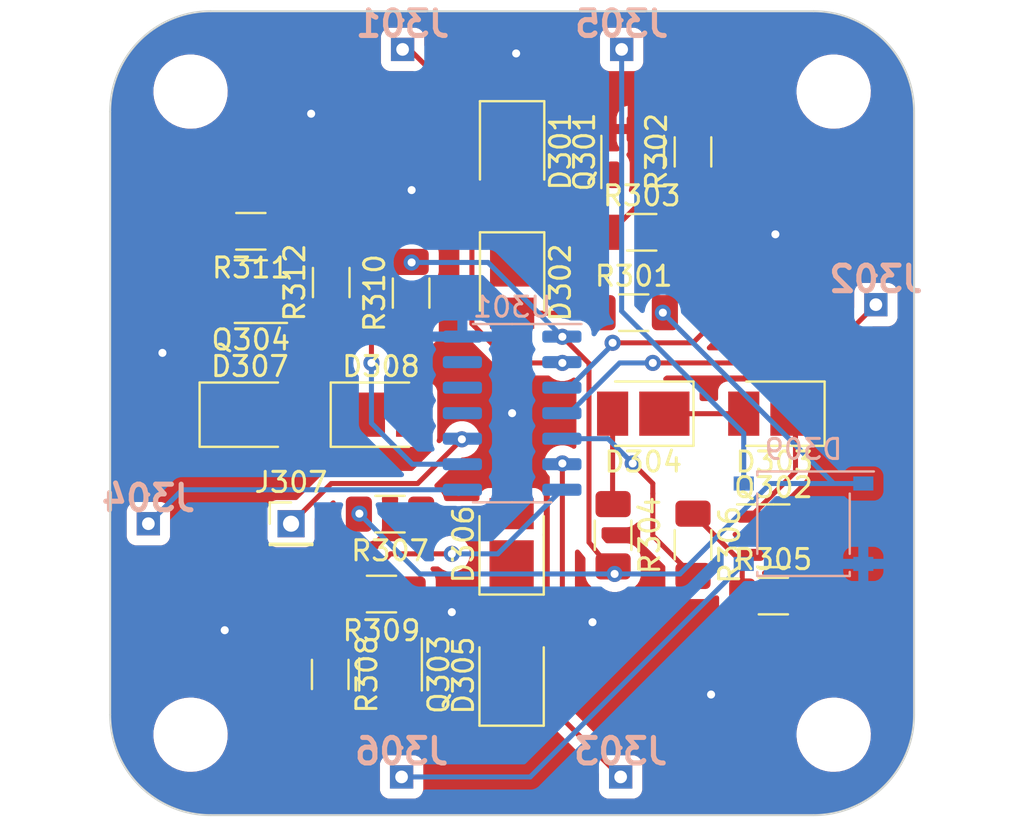
<source format=kicad_pcb>
(kicad_pcb (version 20221018) (generator pcbnew)
  (layers (0 "F.Cu" signal) (31 "B.Cu" signal) (34 "B.Paste" user) (35 "F.Paste" user) (36 "B.SilkS" user "B.Silkscreen") (37 "F.SilkS" user "F.Silkscreen") (38 "B.Mask" user) (39 "F.Mask" user) (44 "Edge.Cuts" user))
  (net 0 "")
  (net 1 "+5V")
  (net 2 "GND")
  (net 3 "Net-(D301-K)")
  (net 4 "Net-(D301-A)")
  (net 5 "Net-(D302-A)")
  (net 6 "Net-(D303-K)")
  (net 7 "Net-(D303-A)")
  (net 8 "Net-(D304-A)")
  (net 9 "Net-(D305-K)")
  (net 10 "Net-(D305-A)")
  (net 11 "Net-(D306-A)")
  (net 12 "Net-(D307-K)")
  (net 13 "Net-(D307-A)")
  (net 14 "Net-(D308-A)")
  (net 15 "Net-(J306-Pin_1)")
  (net 16 "Net-(J305-Pin_1)")
  (net 17 "N_S")
  (net 18 "E_S")
  (net 19 "S_S")
  (net 20 "W_S")
  (net 21 "UPDI")
  (net 22 "Net-(Q301-G)")
  (net 23 "Net-(Q302-G)")
  (net 24 "Net-(Q303-G)")
  (net 25 "Net-(Q304-G)")
  (net 26 "N_LED")
  (net 27 "E_LED")
  (net 28 "S_LED")
  (net 29 "W_LED")
  (footprint "Resistor_SMD:R_1206_3216Metric_Pad1.30x1.75mm_HandSolder" (layer "F.Cu") (at 129 76.55 -90)
    (fp_text reference "R306" (at 0 -1.82 90) (layer "F.SilkS"))
    (fp_text value "100Ω")
    (fp_line (start -0.727064 -0.91) (end 0.727064 -0.91) (stroke (width 0.12)) (layer "F.SilkS"))
    (fp_line (start -0.727064 0.91) (end 0.727064 0.91) (stroke (width 0.12)) (layer "F.SilkS"))
    (pad "1" smd roundrect (at -1.55 0 270) (size 1.3 1.75) (layers "F.Cu" "F.Paste" "F.Mask") (roundrect_rratio 0.192308) (net 23 "Net-(Q302-G)"))
    (pad "2" smd roundrect (at 1.55 0 270) (size 1.3 1.75) (layers "F.Cu" "F.Paste" "F.Mask") (roundrect_rratio 0.192308) (net 27 "E_LED"))
  )
  (footprint "LED_SMD:LED_PLCC_2835_Handsoldering" (layer "F.Cu") (at 120 56.975 -90)
    (fp_text reference "D301" (at 0 -2.4 90) (layer "F.SilkS"))
    (fp_text value "LED")
    (fp_line (start -2.5 -1.6) (end -2.5 1.6) (stroke (width 0.12)) (layer "F.SilkS"))
    (fp_line (start 1.4 -1.6) (end -2.5 -1.6) (stroke (width 0.12)) (layer "F.SilkS"))
    (fp_line (start 1.4 1.6) (end -2.5 1.6) (stroke (width 0.12)) (layer "F.SilkS"))
    (pad "1" smd rect (at -1.05 0 270) (size 2.5 2.2) (layers "F.Cu" "F.Paste" "F.Mask") (net 3 "Net-(D301-K)"))
    (pad "2" smd rect (at 1.525 0 270) (size 1.55 2.2) (layers "F.Cu" "F.Paste" "F.Mask") (net 4 "Net-(D301-A)"))
  )
  (footprint "Resistor_SMD:R_1206_3216Metric_Pad1.30x1.75mm_HandSolder" (layer "F.Cu") (at 126.45 61)
    (fp_text reference "R303" (at 0 -1.82) (layer "F.SilkS"))
    (fp_text value "100Ω")
    (fp_line (start -0.727064 -0.91) (end 0.727064 -0.91) (stroke (width 0.12)) (layer "F.SilkS"))
    (fp_line (start -0.727064 0.91) (end 0.727064 0.91) (stroke (width 0.12)) (layer "F.SilkS"))
    (pad "1" smd roundrect (at -1.55 0) (size 1.3 1.75) (layers "F.Cu" "F.Paste" "F.Mask") (roundrect_rratio 0.192308) (net 22 "Net-(Q301-G)"))
    (pad "2" smd roundrect (at 1.55 0) (size 1.3 1.75) (layers "F.Cu" "F.Paste" "F.Mask") (roundrect_rratio 0.192308) (net 26 "N_LED"))
  )
  (footprint "Resistor_SMD:R_1206_3216Metric_Pad1.30x1.75mm_HandSolder" (layer "F.Cu") (at 111 63.5 90)
    (fp_text reference "R312" (at 0 -1.82 90) (layer "F.SilkS"))
    (fp_text value "100Ω")
    (fp_line (start -0.727064 -0.91) (end 0.727064 -0.91) (stroke (width 0.12)) (layer "F.SilkS"))
    (fp_line (start -0.727064 0.91) (end 0.727064 0.91) (stroke (width 0.12)) (layer "F.SilkS"))
    (pad "1" smd roundrect (at -1.55 0 90) (size 1.3 1.75) (layers "F.Cu" "F.Paste" "F.Mask") (roundrect_rratio 0.192308) (net 25 "Net-(Q304-G)"))
    (pad "2" smd roundrect (at 1.55 0 90) (size 1.3 1.75) (layers "F.Cu" "F.Paste" "F.Mask") (roundrect_rratio 0.192308) (net 29 "W_LED"))
  )
  (footprint "Package_TO_SOT_SMD:SOT-23-3" (layer "F.Cu") (at 133 76.1)
    (fp_text reference "Q302" (at 0 -2.4) (layer "F.SilkS"))
    (fp_text value "NMOS")
    (fp_line (start 0 -1.56) (end -1.8 -1.56) (stroke (width 0.12)) (layer "F.SilkS"))
    (fp_line (start 0 -1.56) (end 0.8 -1.56) (stroke (width 0.12)) (layer "F.SilkS"))
    (fp_line (start 0 1.56) (end -0.8 1.56) (stroke (width 0.12)) (layer "F.SilkS"))
    (fp_line (start 0 1.56) (end 0.8 1.56) (stroke (width 0.12)) (layer "F.SilkS"))
    (pad "1" smd roundrect (at -1.1375 -0.95) (size 1.325 0.6) (layers "F.Cu" "F.Paste" "F.Mask") (net 6 "Net-(D303-K)"))
    (pad "2" smd roundrect (at -1.1375 0.95) (size 1.325 0.6) (layers "F.Cu" "F.Paste" "F.Mask") (net 23 "Net-(Q302-G)"))
    (pad "3" smd roundrect (at 1.1375 0) (size 1.325 0.6) (layers "F.Cu" "F.Paste" "F.Mask") (net 2 "GND"))
  )
  (footprint "Connector_PinHeader_2.00mm:PinHeader_1x01_P2.00mm_Vertical" (layer "F.Cu") (at 109 75.5)
    (fp_text reference "J307" (at 0 -2.06) (layer "F.SilkS"))
    (fp_text value "WritePad")
    (fp_line (start -1.06 -1.06) (end 0 -1.06) (stroke (width 0.12)) (layer "F.SilkS"))
    (fp_line (start -1.06 0) (end -1.06 -1.06) (stroke (width 0.12)) (layer "F.SilkS"))
    (fp_line (start -1.06 1) (end -1.06 1.06) (stroke (width 0.12)) (layer "F.SilkS"))
    (fp_line (start -1.06 1) (end 1.06 1) (stroke (width 0.12)) (layer "F.SilkS"))
    (fp_line (start -1.06 1.06) (end 1.06 1.06) (stroke (width 0.12)) (layer "F.SilkS"))
    (fp_line (start 1.06 1) (end 1.06 1.06) (stroke (width 0.12)) (layer "F.SilkS"))
    (pad "1" thru_hole rect (at 0 0) (size 1.35 1.35) (drill 0.8) (layers "*.Cu" "*.Mask") (net 21 "UPDI"))
  )
  (footprint "LED_SMD:LED_PLCC_2835_Handsoldering" (layer "F.Cu") (at 133.05 70.025 180)
    (fp_text reference "D303" (at 0 -2.4) (layer "F.SilkS"))
    (fp_text value "LED")
    (fp_line (start -2.5 -1.6) (end -2.5 1.6) (stroke (width 0.12)) (layer "F.SilkS"))
    (fp_line (start 1.4 -1.6) (end -2.5 -1.6) (stroke (width 0.12)) (layer "F.SilkS"))
    (fp_line (start 1.4 1.6) (end -2.5 1.6) (stroke (width 0.12)) (layer "F.SilkS"))
    (pad "1" smd rect (at -1.05 0 180) (size 2.5 2.2) (layers "F.Cu" "F.Paste" "F.Mask") (net 6 "Net-(D303-K)"))
    (pad "2" smd rect (at 1.525 0 180) (size 1.55 2.2) (layers "F.Cu" "F.Paste" "F.Mask") (net 7 "Net-(D303-A)"))
  )
  (footprint "MountingHole:MountingHole_3.2mm_M3" (layer "F.Cu") (at 136 54)
    (fp_text reference "REF**" hide)
    (fp_text value "MountingHole_3.2mm_M3")
    (pad "" np_thru_hole circle (at 0 0) (size 3.2 3.2) (drill 3.2) (layers "*.Cu" "*.Mask"))
  )
  (footprint "Resistor_SMD:R_1206_3216Metric_Pad1.30x1.75mm_HandSolder" (layer "F.Cu") (at 126.05 65)
    (fp_text reference "R301" (at 0 -1.82) (layer "F.SilkS"))
    (fp_text value "47Ω")
    (fp_line (start -0.727064 -0.91) (end 0.727064 -0.91) (stroke (width 0.12)) (layer "F.SilkS"))
    (fp_line (start -0.727064 0.91) (end 0.727064 0.91) (stroke (width 0.12)) (layer "F.SilkS"))
    (pad "1" smd roundrect (at -1.55 0) (size 1.3 1.75) (layers "F.Cu" "F.Paste" "F.Mask") (roundrect_rratio 0.192308) (net 5 "Net-(D302-A)"))
    (pad "2" smd roundrect (at 1.55 0) (size 1.3 1.75) (layers "F.Cu" "F.Paste" "F.Mask") (roundrect_rratio 0.192308) (net 1 "+5V"))
  )
  (footprint "LED_SMD:LED_PLCC_2835_Handsoldering" (layer "F.Cu") (at 126.525 70.025 180)
    (fp_text reference "D304" (at 0 -2.4) (layer "F.SilkS"))
    (fp_text value "LED")
    (fp_line (start -2.5 -1.6) (end -2.5 1.6) (stroke (width 0.12)) (layer "F.SilkS"))
    (fp_line (start 1.4 -1.6) (end -2.5 -1.6) (stroke (width 0.12)) (layer "F.SilkS"))
    (fp_line (start 1.4 1.6) (end -2.5 1.6) (stroke (width 0.12)) (layer "F.SilkS"))
    (pad "1" smd rect (at -1.05 0 180) (size 2.5 2.2) (layers "F.Cu" "F.Paste" "F.Mask") (net 7 "Net-(D303-A)"))
    (pad "2" smd rect (at 1.525 0 180) (size 1.55 2.2) (layers "F.Cu" "F.Paste" "F.Mask") (net 8 "Net-(D304-A)"))
  )
  (footprint "Resistor_SMD:R_1206_3216Metric_Pad1.30x1.75mm_HandSolder" (layer "F.Cu") (at 125.025 76.075 -90)
    (fp_text reference "R304" (at 0 -1.82 90) (layer "F.SilkS"))
    (fp_text value "47Ω")
    (fp_line (start -0.727064 -0.91) (end 0.727064 -0.91) (stroke (width 0.12)) (layer "F.SilkS"))
    (fp_line (start -0.727064 0.91) (end 0.727064 0.91) (stroke (width 0.12)) (layer "F.SilkS"))
    (pad "1" smd roundrect (at -1.55 0 270) (size 1.3 1.75) (layers "F.Cu" "F.Paste" "F.Mask") (roundrect_rratio 0.192308) (net 8 "Net-(D304-A)"))
    (pad "2" smd roundrect (at 1.55 0 270) (size 1.3 1.75) (layers "F.Cu" "F.Paste" "F.Mask") (roundrect_rratio 0.192308) (net 1 "+5V"))
  )
  (footprint "Package_TO_SOT_SMD:SOT-23-3" (layer "F.Cu") (at 107 63.95 180)
    (fp_text reference "Q304" (at 0 -2.4) (layer "F.SilkS"))
    (fp_text value "NMOS")
    (fp_line (start 0 -1.56) (end -1.8 -1.56) (stroke (width 0.12)) (layer "F.SilkS"))
    (fp_line (start 0 -1.56) (end 0.8 -1.56) (stroke (width 0.12)) (layer "F.SilkS"))
    (fp_line (start 0 1.56) (end -0.8 1.56) (stroke (width 0.12)) (layer "F.SilkS"))
    (fp_line (start 0 1.56) (end 0.8 1.56) (stroke (width 0.12)) (layer "F.SilkS"))
    (pad "1" smd roundrect (at -1.1375 -0.95 180) (size 1.325 0.6) (layers "F.Cu" "F.Paste" "F.Mask") (net 12 "Net-(D307-K)"))
    (pad "2" smd roundrect (at -1.1375 0.95 180) (size 1.325 0.6) (layers "F.Cu" "F.Paste" "F.Mask") (net 25 "Net-(Q304-G)"))
    (pad "3" smd roundrect (at 1.1375 0 180) (size 1.325 0.6) (layers "F.Cu" "F.Paste" "F.Mask") (net 2 "GND"))
  )
  (footprint "Package_TO_SOT_SMD:SOT-23-3" (layer "F.Cu") (at 113.95 83 -90)
    (fp_text reference "Q303" (at 0 -2.4 90) (layer "F.SilkS"))
    (fp_text value "NMOS")
    (fp_line (start 0 -1.56) (end -1.8 -1.56) (stroke (width 0.12)) (layer "F.SilkS"))
    (fp_line (start 0 -1.56) (end 0.8 -1.56) (stroke (width 0.12)) (layer "F.SilkS"))
    (fp_line (start 0 1.56) (end -0.8 1.56) (stroke (width 0.12)) (layer "F.SilkS"))
    (fp_line (start 0 1.56) (end 0.8 1.56) (stroke (width 0.12)) (layer "F.SilkS"))
    (pad "1" smd roundrect (at -1.1375 -0.95 270) (size 1.325 0.6) (layers "F.Cu" "F.Paste" "F.Mask") (net 9 "Net-(D305-K)"))
    (pad "2" smd roundrect (at -1.1375 0.95 270) (size 1.325 0.6) (layers "F.Cu" "F.Paste" "F.Mask") (net 24 "Net-(Q303-G)"))
    (pad "3" smd roundrect (at 1.1375 0 270) (size 1.325 0.6) (layers "F.Cu" "F.Paste" "F.Mask") (net 2 "GND"))
  )
  (footprint "LED_SMD:LED_PLCC_2835_Handsoldering" (layer "F.Cu") (at 119.975 76.525 90)
    (fp_text reference "D306" (at 0 -2.4 90) (layer "F.SilkS"))
    (fp_text value "LED")
    (fp_line (start -2.5 -1.6) (end -2.5 1.6) (stroke (width 0.12)) (layer "F.SilkS"))
    (fp_line (start 1.4 -1.6) (end -2.5 -1.6) (stroke (width 0.12)) (layer "F.SilkS"))
    (fp_line (start 1.4 1.6) (end -2.5 1.6) (stroke (width 0.12)) (layer "F.SilkS"))
    (pad "1" smd rect (at -1.05 0 90) (size 2.5 2.2) (layers "F.Cu" "F.Paste" "F.Mask") (net 10 "Net-(D305-A)"))
    (pad "2" smd rect (at 1.525 0 90) (size 1.55 2.2) (layers "F.Cu" "F.Paste" "F.Mask") (net 11 "Net-(D306-A)"))
  )
  (footprint "MountingHole:MountingHole_3.2mm_M3" (layer "F.Cu") (at 104 54)
    (fp_text reference "REF**" hide)
    (fp_text value "MountingHole_3.2mm_M3")
    (pad "" np_thru_hole circle (at 0 0) (size 3.2 3.2) (drill 3.2) (layers "*.Cu" "*.Mask"))
  )
  (footprint "MountingHole:MountingHole_3.2mm_M3" (layer "F.Cu") (at 136 86)
    (fp_text reference "REF**" hide)
    (fp_text value "MountingHole_3.2mm_M3")
    (pad "" np_thru_hole circle (at 0 0) (size 3.2 3.2) (drill 3.2) (layers "*.Cu" "*.Mask"))
  )
  (footprint "Package_TO_SOT_SMD:SOT-23-3" (layer "F.Cu") (at 126 57 90)
    (fp_text reference "Q301" (at 0 -2.4 90) (layer "F.SilkS"))
    (fp_text value "NMOS")
    (fp_line (start 0 -1.56) (end -1.8 -1.56) (stroke (width 0.12)) (layer "F.SilkS"))
    (fp_line (start 0 -1.56) (end 0.8 -1.56) (stroke (width 0.12)) (layer "F.SilkS"))
    (fp_line (start 0 1.56) (end -0.8 1.56) (stroke (width 0.12)) (layer "F.SilkS"))
    (fp_line (start 0 1.56) (end 0.8 1.56) (stroke (width 0.12)) (layer "F.SilkS"))
    (pad "1" smd roundrect (at -1.1375 -0.95 90) (size 1.325 0.6) (layers "F.Cu" "F.Paste" "F.Mask") (net 3 "Net-(D301-K)"))
    (pad "2" smd roundrect (at -1.1375 0.95 90) (size 1.325 0.6) (layers "F.Cu" "F.Paste" "F.Mask") (net 22 "Net-(Q301-G)"))
    (pad "3" smd roundrect (at 1.1375 0 90) (size 1.325 0.6) (layers "F.Cu" "F.Paste" "F.Mask") (net 2 "GND"))
  )
  (footprint "Resistor_SMD:R_1206_3216Metric_Pad1.30x1.75mm_HandSolder" (layer "F.Cu") (at 107 60.95 180)
    (fp_text reference "R311" (at 0 -1.82) (layer "F.SilkS"))
    (fp_text value "10kΩ")
    (fp_line (start -0.727064 -0.91) (end 0.727064 -0.91) (stroke (width 0.12)) (layer "F.SilkS"))
    (fp_line (start -0.727064 0.91) (end 0.727064 0.91) (stroke (width 0.12)) (layer "F.SilkS"))
    (pad "1" smd roundrect (at -1.55 0 180) (size 1.3 1.75) (layers "F.Cu" "F.Paste" "F.Mask") (roundrect_rratio 0.192308) (net 25 "Net-(Q304-G)"))
    (pad "2" smd roundrect (at 1.55 0 180) (size 1.3 1.75) (layers "F.Cu" "F.Paste" "F.Mask") (roundrect_rratio 0.192308) (net 2 "GND"))
  )
  (footprint "Resistor_SMD:R_1206_3216Metric_Pad1.30x1.75mm_HandSolder" (layer "F.Cu") (at 114.975 64.025 90)
    (fp_text reference "R310" (at 0 -1.82 90) (layer "F.SilkS"))
    (fp_text value "47Ω")
    (fp_line (start -0.727064 -0.91) (end 0.727064 -0.91) (stroke (width 0.12)) (layer "F.SilkS"))
    (fp_line (start -0.727064 0.91) (end 0.727064 0.91) (stroke (width 0.12)) (layer "F.SilkS"))
    (pad "1" smd roundrect (at -1.55 0 90) (size 1.3 1.75) (layers "F.Cu" "F.Paste" "F.Mask") (roundrect_rratio 0.192308) (net 14 "Net-(D308-A)"))
    (pad "2" smd roundrect (at 1.55 0 90) (size 1.3 1.75) (layers "F.Cu" "F.Paste" "F.Mask") (roundrect_rratio 0.192308) (net 1 "+5V"))
  )
  (footprint "LED_SMD:LED_PLCC_2835_Handsoldering" (layer "F.Cu") (at 120 63.5 -90)
    (fp_text reference "D302" (at 0 -2.4 90) (layer "F.SilkS"))
    (fp_text value "LED")
    (fp_line (start -2.5 -1.6) (end -2.5 1.6) (stroke (width 0.12)) (layer "F.SilkS"))
    (fp_line (start 1.4 -1.6) (end -2.5 -1.6) (stroke (width 0.12)) (layer "F.SilkS"))
    (fp_line (start 1.4 1.6) (end -2.5 1.6) (stroke (width 0.12)) (layer "F.SilkS"))
    (pad "1" smd rect (at -1.05 0 270) (size 2.5 2.2) (layers "F.Cu" "F.Paste" "F.Mask") (net 4 "Net-(D301-A)"))
    (pad "2" smd rect (at 1.525 0 270) (size 1.55 2.2) (layers "F.Cu" "F.Paste" "F.Mask") (net 5 "Net-(D302-A)"))
  )
  (footprint "LED_SMD:LED_PLCC_2835_Handsoldering" (layer "F.Cu") (at 119.975 83.05 90)
    (fp_text reference "D305" (at 0 -2.4 90) (layer "F.SilkS"))
    (fp_text value "LED")
    (fp_line (start -2.5 -1.6) (end -2.5 1.6) (stroke (width 0.12)) (layer "F.SilkS"))
    (fp_line (start 1.4 -1.6) (end -2.5 -1.6) (stroke (width 0.12)) (layer "F.SilkS"))
    (fp_line (start 1.4 1.6) (end -2.5 1.6) (stroke (width 0.12)) (layer "F.SilkS"))
    (pad "1" smd rect (at -1.05 0 90) (size 2.5 2.2) (layers "F.Cu" "F.Paste" "F.Mask") (net 9 "Net-(D305-K)"))
    (pad "2" smd rect (at 1.525 0 90) (size 1.55 2.2) (layers "F.Cu" "F.Paste" "F.Mask") (net 10 "Net-(D305-A)"))
  )
  (footprint "LED_SMD:LED_PLCC_2835_Handsoldering" (layer "F.Cu") (at 106.95 70.075)
    (fp_text reference "D307" (at 0 -2.4) (layer "F.SilkS"))
    (fp_text value "LED")
    (fp_line (start -2.5 -1.6) (end -2.5 1.6) (stroke (width 0.12)) (layer "F.SilkS"))
    (fp_line (start 1.4 -1.6) (end -2.5 -1.6) (stroke (width 0.12)) (layer "F.SilkS"))
    (fp_line (start 1.4 1.6) (end -2.5 1.6) (stroke (width 0.12)) (layer "F.SilkS"))
    (pad "1" smd rect (at -1.05 0) (size 2.5 2.2) (layers "F.Cu" "F.Paste" "F.Mask") (net 12 "Net-(D307-K)"))
    (pad "2" smd rect (at 1.525 0) (size 1.55 2.2) (layers "F.Cu" "F.Paste" "F.Mask") (net 13 "Net-(D307-A)"))
  )
  (footprint "MountingHole:MountingHole_3.2mm_M3" (layer "F.Cu") (at 104 86)
    (fp_text reference "REF**" hide)
    (fp_text value "MountingHole_3.2mm_M3")
    (pad "" np_thru_hole circle (at 0 0) (size 3.2 3.2) (drill 3.2) (layers "*.Cu" "*.Mask"))
  )
  (footprint "Resistor_SMD:R_1206_3216Metric_Pad1.30x1.75mm_HandSolder" (layer "F.Cu") (at 113.925 75.025 180)
    (fp_text reference "R307" (at 0 -1.82) (layer "F.SilkS"))
    (fp_text value "47Ω")
    (fp_line (start -0.727064 -0.91) (end 0.727064 -0.91) (stroke (width 0.12)) (layer "F.SilkS"))
    (fp_line (start -0.727064 0.91) (end 0.727064 0.91) (stroke (width 0.12)) (layer "F.SilkS"))
    (pad "1" smd roundrect (at -1.55 0 180) (size 1.3 1.75) (layers "F.Cu" "F.Paste" "F.Mask") (roundrect_rratio 0.192308) (net 11 "Net-(D306-A)"))
    (pad "2" smd roundrect (at 1.55 0 180) (size 1.3 1.75) (layers "F.Cu" "F.Paste" "F.Mask") (roundrect_rratio 0.192308) (net 1 "+5V"))
  )
  (footprint "Resistor_SMD:R_1206_3216Metric_Pad1.30x1.75mm_HandSolder" (layer "F.Cu") (at 110.95 83 -90)
    (fp_text reference "R308" (at 0 -1.82 90) (layer "F.SilkS"))
    (fp_text value "10kΩ")
    (fp_line (start -0.727064 -0.91) (end 0.727064 -0.91) (stroke (width 0.12)) (layer "F.SilkS"))
    (fp_line (start -0.727064 0.91) (end 0.727064 0.91) (stroke (width 0.12)) (layer "F.SilkS"))
    (pad "1" smd roundrect (at -1.55 0 270) (size 1.3 1.75) (layers "F.Cu" "F.Paste" "F.Mask") (roundrect_rratio 0.192308) (net 24 "Net-(Q303-G)"))
    (pad "2" smd roundrect (at 1.55 0 270) (size 1.3 1.75) (layers "F.Cu" "F.Paste" "F.Mask") (roundrect_rratio 0.192308) (net 2 "GND"))
  )
  (footprint "LED_SMD:LED_PLCC_2835_Handsoldering" (layer "F.Cu") (at 113.475 70.075)
    (fp_text reference "D308" (at 0 -2.4) (layer "F.SilkS"))
    (fp_text value "LED")
    (fp_line (start -2.5 -1.6) (end -2.5 1.6) (stroke (width 0.12)) (layer "F.SilkS"))
    (fp_line (start 1.4 -1.6) (end -2.5 -1.6) (stroke (width 0.12)) (layer "F.SilkS"))
    (fp_line (start 1.4 1.6) (end -2.5 1.6) (stroke (width 0.12)) (layer "F.SilkS"))
    (pad "1" smd rect (at -1.05 0) (size 2.5 2.2) (layers "F.Cu" "F.Paste" "F.Mask") (net 13 "Net-(D307-A)"))
    (pad "2" smd rect (at 1.525 0) (size 1.55 2.2) (layers "F.Cu" "F.Paste" "F.Mask") (net 14 "Net-(D308-A)"))
  )
  (footprint "Resistor_SMD:R_1206_3216Metric_Pad1.30x1.75mm_HandSolder" (layer "F.Cu") (at 133 79.1)
    (fp_text reference "R305" (at 0 -1.82) (layer "F.SilkS"))
    (fp_text value "10kΩ")
    (fp_line (start -0.727064 -0.91) (end 0.727064 -0.91) (stroke (width 0.12)) (layer "F.SilkS"))
    (fp_line (start -0.727064 0.91) (end 0.727064 0.91) (stroke (width 0.12)) (layer "F.SilkS"))
    (pad "1" smd roundrect (at -1.55 0) (size 1.3 1.75) (layers "F.Cu" "F.Paste" "F.Mask") (roundrect_rratio 0.192308) (net 23 "Net-(Q302-G)"))
    (pad "2" smd roundrect (at 1.55 0) (size 1.3 1.75) (layers "F.Cu" "F.Paste" "F.Mask") (roundrect_rratio 0.192308) (net 2 "GND"))
  )
  (footprint "Resistor_SMD:R_1206_3216Metric_Pad1.30x1.75mm_HandSolder" (layer "F.Cu") (at 129 57 90)
    (fp_text reference "R302" (at 0 -1.82 90) (layer "F.SilkS"))
    (fp_text value "10kΩ")
    (fp_line (start -0.727064 -0.91) (end 0.727064 -0.91) (stroke (width 0.12)) (layer "F.SilkS"))
    (fp_line (start -0.727064 0.91) (end 0.727064 0.91) (stroke (width 0.12)) (layer "F.SilkS"))
    (pad "1" smd roundrect (at -1.55 0 90) (size 1.3 1.75) (layers "F.Cu" "F.Paste" "F.Mask") (roundrect_rratio 0.192308) (net 22 "Net-(Q301-G)"))
    (pad "2" smd roundrect (at 1.55 0 90) (size 1.3 1.75) (layers "F.Cu" "F.Paste" "F.Mask") (roundrect_rratio 0.192308) (net 2 "GND"))
  )
  (footprint "Resistor_SMD:R_1206_3216Metric_Pad1.30x1.75mm_HandSolder" (layer "F.Cu") (at 113.5 79 180)
    (fp_text reference "R309" (at 0 -1.82) (layer "F.SilkS"))
    (fp_text value "100Ω")
    (fp_line (start -0.727064 -0.91) (end 0.727064 -0.91) (stroke (width 0.12)) (layer "F.SilkS"))
    (fp_line (start -0.727064 0.91) (end 0.727064 0.91) (stroke (width 0.12)) (layer "F.SilkS"))
    (pad "1" smd roundrect (at -1.55 0 180) (size 1.3 1.75) (layers "F.Cu" "F.Paste" "F.Mask") (roundrect_rratio 0.192308) (net 24 "Net-(Q303-G)"))
    (pad "2" smd roundrect (at 1.55 0 180) (size 1.3 1.75) (layers "F.Cu" "F.Paste" "F.Mask") (roundrect_rratio 0.192308) (net 28 "S_LED"))
  )
  (footprint "LIB:0906015207614110" (layer "B.Cu") (at 138.1 64.6 180)
    (fp_text reference "J302" (at 0 1.27) (layer "B.SilkS") (effects (font (size 1.27 1.27) (thickness 0.254)) (justify mirror)))
    (fp_text value "PogoPin" hide)
    (fp_line (start 0 1.4) (end 0 1.4) (stroke (width 0.1)) (layer "B.SilkS"))
    (fp_line (start 0 1.5) (end 0 1.5) (stroke (width 0.1)) (layer "B.SilkS"))
    (fp_arc (start 0 1.4) (mid 0.05 1.45) (end 0 1.5) (stroke (width 0.1)) (layer "B.SilkS"))
    (fp_arc (start 0 1.5) (mid -0.05 1.45) (end 0 1.4) (stroke (width 0.1)) (layer "B.SilkS"))
    (pad "1" thru_hole rect (at 0 0 180) (size 1.159 1.159) (drill 0.632) (layers "*.Cu" "*.Mask") (net 18 "E_S"))
  )
  (footprint "LIB:0906015207614110" (layer "B.Cu") (at 114.5 88.1 180)
    (fp_text reference "J306" (at 0 1.27) (layer "B.SilkS") (effects (font (size 1.27 1.27) (thickness 0.254)) (justify mirror)))
    (fp_text value "PogoPin" hide)
    (fp_line (start 0 1.4) (end 0 1.4) (stroke (width 0.1)) (layer "B.SilkS"))
    (fp_line (start 0 1.5) (end 0 1.5) (stroke (width 0.1)) (layer "B.SilkS"))
    (fp_arc (start 0 1.4) (mid 0.05 1.45) (end 0 1.5) (stroke (width 0.1)) (layer "B.SilkS"))
    (fp_arc (start 0 1.5) (mid -0.05 1.45) (end 0 1.4) (stroke (width 0.1)) (layer "B.SilkS"))
    (pad "1" thru_hole rect (at 0 0 180) (size 1.159 1.159) (drill 0.632) (layers "*.Cu" "*.Mask") (net 15 "Net-(J306-Pin_1)"))
  )
  (footprint "Diode_SMD:Diode_Bridge_Diotec_ABS" (layer "B.Cu") (at 134.5 75.5 180)
    (fp_text reference "D309" (at 0 3.7) (layer "B.SilkS") (effects (justify mirror)))
    (fp_text value "ABS2")
    (fp_line (start -2.3 -2.6) (end -2.3 -2.4) (stroke (width 0.12)) (layer "B.SilkS"))
    (fp_line (start -2.3 -1.5) (end -2.3 1.5) (stroke (width 0.12)) (layer "B.SilkS"))
    (fp_line (start 2.3 -2.6) (end -2.3 -2.6) (stroke (width 0.12)) (layer "B.SilkS"))
    (fp_line (start 2.3 -2.4) (end 2.3 -2.6) (stroke (width 0.12)) (layer "B.SilkS"))
    (fp_line (start 2.3 1.5) (end 2.3 -1.5) (stroke (width 0.12)) (layer "B.SilkS"))
    (fp_line (start 2.3 2.4) (end 2.3 2.6) (stroke (width 0.12)) (layer "B.SilkS"))
    (fp_line (start 2.3 2.6) (end -3.5 2.6) (stroke (width 0.12)) (layer "B.SilkS"))
    (pad "1" smd rect (at -2.975 2 180) (size 1 0.7) (layers "B.Cu" "B.Paste" "B.Mask") (net 1 "+5V"))
    (pad "2" smd rect (at -2.975 -2 180) (size 1 0.7) (layers "B.Cu" "B.Paste" "B.Mask") (net 2 "GND"))
    (pad "3" smd rect (at 2.975 -2 180) (size 1 0.7) (layers "B.Cu" "B.Paste" "B.Mask") (net 15 "Net-(J306-Pin_1)"))
    (pad "4" smd rect (at 2.975 2 180) (size 1 0.7) (layers "B.Cu" "B.Paste" "B.Mask") (net 16 "Net-(J305-Pin_1)"))
  )
  (footprint "LIB:0906015207614110" (layer "B.Cu") (at 101.9 75.5 180)
    (fp_text reference "J304" (at 0 1.27) (layer "B.SilkS") (effects (font (size 1.27 1.27) (thickness 0.254)) (justify mirror)))
    (fp_text value "PogoPin" hide)
    (fp_line (start 0 1.4) (end 0 1.4) (stroke (width 0.1)) (layer "B.SilkS"))
    (fp_line (start 0 1.5) (end 0 1.5) (stroke (width 0.1)) (layer "B.SilkS"))
    (fp_arc (start 0 1.4) (mid 0.05 1.45) (end 0 1.5) (stroke (width 0.1)) (layer "B.SilkS"))
    (fp_arc (start 0 1.5) (mid -0.05 1.45) (end 0 1.4) (stroke (width 0.1)) (layer "B.SilkS"))
    (pad "1" thru_hole rect (at 0 0 180) (size 1.159 1.159) (drill 0.632) (layers "*.Cu" "*.Mask") (net 20 "W_S"))
  )
  (footprint "LIB:0906015207614110" (layer "B.Cu") (at 114.55 51.9 180)
    (fp_text reference "J301" (at 0 1.27) (layer "B.SilkS") (effects (font (size 1.27 1.27) (thickness 0.254)) (justify mirror)))
    (fp_text value "PogoPin" hide)
    (fp_line (start 0 1.4) (end 0 1.4) (stroke (width 0.1)) (layer "B.SilkS"))
    (fp_line (start 0 1.5) (end 0 1.5) (stroke (width 0.1)) (layer "B.SilkS"))
    (fp_arc (start 0 1.4) (mid 0.05 1.45) (end 0 1.5) (stroke (width 0.1)) (layer "B.SilkS"))
    (fp_arc (start 0 1.5) (mid -0.05 1.45) (end 0 1.4) (stroke (width 0.1)) (layer "B.SilkS"))
    (pad "1" thru_hole rect (at 0 0 180) (size 1.159 1.159) (drill 0.632) (layers "*.Cu" "*.Mask") (net 17 "N_S"))
  )
  (footprint "LIB:0906015207614110" (layer "B.Cu") (at 125.45 51.9 180)
    (fp_text reference "J305" (at 0 1.27) (layer "B.SilkS") (effects (font (size 1.27 1.27) (thickness 0.254)) (justify mirror)))
    (fp_text value "PogoPin" hide)
    (fp_line (start 0 1.4) (end 0 1.4) (stroke (width 0.1)) (layer "B.SilkS"))
    (fp_line (start 0 1.5) (end 0 1.5) (stroke (width 0.1)) (layer "B.SilkS"))
    (fp_arc (start 0 1.4) (mid 0.05 1.45) (end 0 1.5) (stroke (width 0.1)) (layer "B.SilkS"))
    (fp_arc (start 0 1.5) (mid -0.05 1.45) (end 0 1.4) (stroke (width 0.1)) (layer "B.SilkS"))
    (pad "1" thru_hole rect (at 0 0 180) (size 1.159 1.159) (drill 0.632) (layers "*.Cu" "*.Mask") (net 16 "Net-(J305-Pin_1)"))
  )
  (footprint "LIB:0906015207614110" (layer "B.Cu") (at 125.4 88.1 180)
    (fp_text reference "J303" (at 0 1.27) (layer "B.SilkS") (effects (font (size 1.27 1.27) (thickness 0.254)) (justify mirror)))
    (fp_text value "PogoPin" hide)
    (fp_line (start 0 1.4) (end 0 1.4) (stroke (width 0.1)) (layer "B.SilkS"))
    (fp_line (start 0 1.5) (end 0 1.5) (stroke (width 0.1)) (layer "B.SilkS"))
    (fp_arc (start 0 1.4) (mid 0.05 1.45) (end 0 1.5) (stroke (width 0.1)) (layer "B.SilkS"))
    (fp_arc (start 0 1.5) (mid -0.05 1.45) (end 0 1.4) (stroke (width 0.1)) (layer "B.SilkS"))
    (pad "1" thru_hole rect (at 0 0 180) (size 1.159 1.159) (drill 0.632) (layers "*.Cu" "*.Mask") (net 19 "S_S"))
  )
  (footprint "Package_SO:SOIC-14_3.9x8.7mm_P1.27mm" (layer "B.Cu") (at 120 70 180)
    (fp_text reference "U301" (at 0 5.28) (layer "B.SilkS") (effects (justify mirror)))
    (fp_text value "ATtiny404-SS")
    (fp_line (start 0 -4.435) (end -1.95 -4.435) (stroke (width 0.12)) (layer "B.SilkS"))
    (fp_line (start 0 -4.435) (end 1.95 -4.435) (stroke (width 0.12)) (layer "B.SilkS"))
    (fp_line (start 0 4.435) (end -3.45 4.435) (stroke (width 0.12)) (layer "B.SilkS"))
    (fp_line (start 0 4.435) (end 1.95 4.435) (stroke (width 0.12)) (layer "B.SilkS"))
    (pad "1" smd roundrect (at -2.475 3.81 180) (size 1.95 0.6) (layers "B.Cu" "B.Paste" "B.Mask") (net 1 "+5V"))
    (pad "2" smd roundrect (at -2.475 2.54 180) (size 1.95 0.6) (layers "B.Cu" "B.Paste" "B.Mask") (net 17 "N_S"))
    (pad "3" smd roundrect (at -2.475 1.27 180) (size 1.95 0.6) (layers "B.Cu" "B.Paste" "B.Mask") (net 26 "N_LED"))
    (pad "4" smd roundrect (at -2.475 0 180) (size 1.95 0.6) (layers "B.Cu" "B.Paste" "B.Mask") (net 18 "E_S"))
    (pad "5" smd roundrect (at -2.475 -1.27 180) (size 1.95 0.6) (layers "B.Cu" "B.Paste" "B.Mask") (net 27 "E_LED"))
    (pad "6" smd roundrect (at -2.475 -2.54 180) (size 1.95 0.6) (layers "B.Cu" "B.Paste" "B.Mask") (net 19 "S_S"))
    (pad "7" smd roundrect (at -2.475 -3.81 180) (size 1.95 0.6) (layers "B.Cu" "B.Paste" "B.Mask") (net 28 "S_LED"))
    (pad "8" smd roundrect (at 2.475 -3.81 180) (size 1.95 0.6) (layers "B.Cu" "B.Paste" "B.Mask") (net 20 "W_S"))
    (pad "9" smd roundrect (at 2.475 -2.54 180) (size 1.95 0.6) (layers "B.Cu" "B.Paste" "B.Mask") (net 29 "W_LED"))
    (pad "10" smd roundrect (at 2.475 -1.27 180) (size 1.95 0.6) (layers "B.Cu" "B.Paste" "B.Mask") (net 21 "UPDI"))
    (pad "11" smd roundrect (at 2.475 0 180) (size 1.95 0.6) (layers "B.Cu" "B.Paste" "B.Mask"))
    (pad "12" smd roundrect (at 2.475 1.27 180) (size 1.95 0.6) (layers "B.Cu" "B.Paste" "B.Mask"))
    (pad "13" smd roundrect (at 2.475 2.54 180) (size 1.95 0.6) (layers "B.Cu" "B.Paste" "B.Mask"))
    (pad "14" smd roundrect (at 2.475 3.81 180) (size 1.95 0.6) (layers "B.Cu" "B.Paste" "B.Mask") (net 2 "GND"))
  )
  (gr_arc (start 100 55) (mid 101.464466 51.464466) (end 105 50) (stroke (width 0.1)) (layer "Edge.Cuts"))
  (gr_arc (start 140 85) (mid 138.535534 88.535534) (end 135 90) (stroke (width 0.1)) (layer "Edge.Cuts"))
  (gr_line (start 135 50) (end 105 50) (stroke (width 0.1)) (layer "Edge.Cuts"))
  (gr_line (start 140 55) (end 140 85) (stroke (width 0.1)) (layer "Edge.Cuts"))
  (gr_line (start 100 55) (end 100 85) (stroke (width 0.1)) (layer "Edge.Cuts"))
  (gr_line (start 105 90) (end 135 90) (stroke (width 0.1)) (layer "Edge.Cuts"))
  (gr_arc (start 135 50) (mid 138.535534 51.464466) (end 140 55) (stroke (width 0.1)) (layer "Edge.Cuts"))
  (gr_arc (start 105 90) (mid 101.464466 88.535534) (end 100 85) (stroke (width 0.1)) (layer "Edge.Cuts"))
  (segment (start 123.825 67.525) (end 122.5 66.2) (width 0.25) (layer "F.Cu") (net 1))
  (segment (start 123.825 76.425) (end 123.825 67.525) (width 0.25) (layer "F.Cu") (net 1))
  (segment (start 125.025 77.625) (end 125.1 78) (width 0.25) (layer "F.Cu") (net 1))
  (segment (start 125.1 78) (end 123.825 76.425) (width 0.25) (layer "F.Cu") (net 1))
  (via (at 127.5 65) (size 0.8) (drill 0.4) (layers "F.Cu" "B.Cu") (net 1))
  (via (at 125.1 78) (size 0.8) (drill 0.4) (layers "F.Cu" "B.Cu") (net 1))
  (via (at 115 62.5) (size 0.8) (drill 0.4) (layers "F.Cu" "B.Cu") (net 1))
  (via (at 122.5 66.2) (size 0.8) (drill 0.4) (layers "F.Cu" "B.Cu") (net 1))
  (via (at 112.4 75) (size 0.8) (drill 0.4) (layers "F.Cu" "B.Cu") (net 1))
  (segment (start 132.85 73.5) (end 137.475 73.5) (width 0.25) (layer "B.Cu") (net 1))
  (segment (start 125.1 78) (end 115.4 78) (width 0.25) (layer "B.Cu") (net 1))
  (segment (start 128.35 78) (end 132.85 73.5) (width 0.25) (layer "B.Cu") (net 1))
  (segment (start 137.475 73.5) (end 136 73.5) (width 0.25) (layer "B.Cu") (net 1))
  (segment (start 118.8 62.5) (end 115 62.5) (width 0.25) (layer "B.Cu") (net 1))
  (segment (start 122.5 66.2) (end 118.8 62.5) (width 0.25) (layer "B.Cu") (net 1))
  (segment (start 115.4 78) (end 112.4 75) (width 0.25) (layer "B.Cu") (net 1))
  (segment (start 125.1 78) (end 128.35 78) (width 0.25) (layer "B.Cu") (net 1))
  (segment (start 136 73.5) (end 127.5 65) (width 0.25) (layer "B.Cu") (net 1))
  (via (at 102.6 67) (size 0.8) (drill 0.4) (layers "F.Cu" "B.Cu") (net 2))
  (via (at 120.2 52.1) (size 0.8) (drill 0.4) (layers "F.Cu" "B.Cu") (net 2))
  (via (at 117 79.9) (size 0.8) (drill 0.4) (layers "F.Cu" "B.Cu") (net 2))
  (via (at 133.1 61.1) (size 0.8) (drill 0.4) (layers "F.Cu" "B.Cu") (net 2))
  (via (at 129.9 84) (size 0.8) (drill 0.4) (layers "F.Cu" "B.Cu") (net 2))
  (via (at 124 80.4) (size 0.8) (drill 0.4) (layers "F.Cu" "B.Cu") (net 2))
  (via (at 120 70) (size 0.8) (drill 0.4) (layers "F.Cu" "B.Cu") (net 2))
  (via (at 115 58.9) (size 0.8) (drill 0.4) (layers "F.Cu" "B.Cu") (net 2))
  (via (at 105.7 80.8) (size 0.8) (drill 0.4) (layers "F.Cu" "B.Cu") (net 2))
  (via (at 110 55.1) (size 0.8) (drill 0.4) (layers "F.Cu" "B.Cu") (net 2))
  (segment (start 122.8375 55.925) (end 120 55.925) (width 0.25) (layer "F.Cu") (net 3))
  (segment (start 125.05 58.1375) (end 122.8375 55.925) (width 0.25) (layer "F.Cu") (net 3))
  (segment (start 120 58.5) (end 120 62.45) (width 0.25) (layer "F.Cu") (net 4))
  (segment (start 120 65.025) (end 124.475 65.025) (width 0.25) (layer "F.Cu") (net 5))
  (segment (start 124.475 65.025) (end 124.5 65) (width 0.25) (layer "F.Cu") (net 5))
  (segment (start 131.8625 75.15) (end 134.1 72.9125) (width 0.25) (layer "F.Cu") (net 6))
  (segment (start 134.1 72.9125) (end 134.1 70.025) (width 0.25) (layer "F.Cu") (net 6))
  (segment (start 131.525 70.025) (end 127.575 70.025) (width 0.25) (layer "F.Cu") (net 7))
  (segment (start 125 70.025) (end 125 74.5) (width 0.25) (layer "F.Cu") (net 8))
  (segment (start 125 74.5) (end 125.025 74.525) (width 0.25) (layer "F.Cu") (net 8))
  (segment (start 114.9 81.8625) (end 117.1375 84.1) (width 0.25) (layer "F.Cu") (net 9))
  (segment (start 117.1375 84.1) (end 119.975 84.1) (width 0.25) (layer "F.Cu") (net 9))
  (segment (start 119.975 81.525) (end 119.975 77.575) (width 0.25) (layer "F.Cu") (net 10))
  (segment (start 115.475 75.025) (end 115.5 75) (width 0.25) (layer "F.Cu") (net 11))
  (segment (start 115.5 75) (end 119.975 75) (width 0.25) (layer "F.Cu") (net 11))
  (segment (start 105.9 67.1375) (end 105.9 70.075) (width 0.25) (layer "F.Cu") (net 12))
  (segment (start 108.1375 64.9) (end 105.9 67.1375) (width 0.25) (layer "F.Cu") (net 12))
  (segment (start 108.475 70.075) (end 112.425 70.075) (width 0.25) (layer "F.Cu") (net 13))
  (segment (start 115 65.6) (end 114.975 65.575) (width 0.25) (layer "F.Cu") (net 14))
  (segment (start 115 70.075) (end 115 65.6) (width 0.25) (layer "F.Cu") (net 14))
  (segment (start 120.9 88.1) (end 114.5 88.1) (width 0.25) (layer "B.Cu") (net 15))
  (segment (start 131.525 77.5) (end 131.5 77.5) (width 0.25) (layer "B.Cu") (net 15))
  (segment (start 131.5 77.5) (end 120.9 88.1) (width 0.25) (layer "B.Cu") (net 15))
  (segment (start 125.45 64.924695) (end 125.45 51.9) (width 0.25) (layer "B.Cu") (net 16))
  (segment (start 131.525 73.5) (end 131.525 70.999695) (width 0.25) (layer "B.Cu") (net 16))
  (segment (start 131.525 70.999695) (end 125.45 64.924695) (width 0.25) (layer "B.Cu") (net 16))
  (segment (start 114.9 51.9) (end 114.55 51.9) (width 0.25) (layer "F.Cu") (net 17))
  (segment (start 119.95 67.5) (end 118 65.55) (width 0.25) (layer "F.Cu") (net 17))
  (segment (start 122.5 67.5) (end 119.95 67.5) (width 0.25) (layer "F.Cu") (net 17))
  (segment (start 118 65.55) (end 118 55) (width 0.25) (layer "F.Cu") (net 17))
  (segment (start 118 55) (end 114.9 51.9) (width 0.25) (layer "F.Cu") (net 17))
  (via (at 122.5 67.5) (size 0.8) (drill 0.4) (layers "F.Cu" "B.Cu") (net 17))
  (segment (start 135.2 67.5) (end 127 67.5) (width 0.25) (layer "F.Cu") (net 18))
  (segment (start 138.1 64.6) (end 135.2 67.5) (width 0.25) (layer "F.Cu") (net 18))
  (via (at 127 67.5) (size 0.8) (drill 0.4) (layers "F.Cu" "B.Cu") (net 18))
  (segment (start 125.351751 67.5) (end 127 67.5) (width 0.25) (layer "B.Cu") (net 18))
  (segment (start 122.851751 70) (end 125.351751 67.5) (width 0.25) (layer "B.Cu") (net 18))
  (segment (start 122.475 70) (end 122.851751 70) (width 0.25) (layer "B.Cu") (net 18))
  (segment (start 125.4 88.1) (end 122.5 85.2) (width 0.25) (layer "F.Cu") (net 19))
  (segment (start 122.5 85.2) (end 122.5 72.5) (width 0.25) (layer "F.Cu") (net 19))
  (via (at 122.5 72.5) (size 0.8) (drill 0.4) (layers "F.Cu" "B.Cu") (net 19))
  (segment (start 101.9 75.5) (end 102 75.5) (width 0.25) (layer "F.Cu") (net 20))
  (segment (start 117.525 73.81) (end 117.335 74) (width 0.25) (layer "B.Cu") (net 20))
  (segment (start 117.525 73.81) (end 103.59 73.81) (width 0.25) (layer "B.Cu") (net 20))
  (segment (start 103.59 73.81) (end 101.9 75.5) (width 0.25) (layer "B.Cu") (net 20))
  (segment (start 117.5 71.3) (end 115.3 73.5) (width 0.25) (layer "F.Cu") (net 21))
  (segment (start 115.3 73.5) (end 111 73.5) (width 0.25) (layer "F.Cu") (net 21))
  (segment (start 111 73.5) (end 109 75.5) (width 0.25) (layer "F.Cu") (net 21))
  (via (at 117.5 71.3) (size 0.8) (drill 0.4) (layers "F.Cu" "B.Cu") (net 21))
  (segment (start 124.9 61) (end 127.35 58.55) (width 0.25) (layer "F.Cu") (net 22))
  (segment (start 127.35 58.55) (end 129 58.55) (width 0.25) (layer "F.Cu") (net 22))
  (segment (start 129 75) (end 131.45 77.45) (width 0.25) (layer "F.Cu") (net 23))
  (segment (start 131.45 77.45) (end 131.45 79.1) (width 0.25) (layer "F.Cu") (net 23))
  (segment (start 112.6 81.45) (end 110.95 81.45) (width 0.25) (layer "F.Cu") (net 24))
  (segment (start 115.05 79) (end 112.6 81.45) (width 0.25) (layer "F.Cu") (net 24))
  (segment (start 111 65.05) (end 108.55 62.6) (width 0.25) (layer "F.Cu") (net 25))
  (segment (start 108.55 62.6) (end 108.55 60.95) (width 0.25) (layer "F.Cu") (net 25))
  (segment (start 125 66.5) (end 129 66.5) (width 0.25) (layer "F.Cu") (net 26))
  (segment (start 129.5 62.5) (end 128 61) (width 0.25) (layer "F.Cu") (net 26))
  (segment (start 129.5 66) (end 129.5 62.5) (width 0.25) (layer "F.Cu") (net 26))
  (segment (start 129 66.5) (end 129.5 66) (width 0.25) (layer "F.Cu") (net 26))
  (via (at 125 66.5) (size 0.8) (drill 0.4) (layers "F.Cu" "B.Cu") (net 26))
  (segment (start 125 66.581751) (end 122.851751 68.73) (width 0.25) (layer "B.Cu") (net 26))
  (segment (start 125 66.5) (end 125 66.581751) (width 0.25) (layer "B.Cu") (net 26))
  (segment (start 122.851751 68.73) (end 122.475 68.73) (width 0.25) (layer "B.Cu") (net 26))
  (segment (start 127 73.5) (end 126 72.5) (width 0.25) (layer "F.Cu") (net 27))
  (segment (start 129 78.1) (end 127 76.1) (width 0.25) (layer "F.Cu") (net 27))
  (segment (start 127 76.1) (end 127 74) (width 0.25) (layer "F.Cu") (net 27))
  (segment (start 127 74) (end 127 73.5) (width 0.25) (layer "F.Cu") (net 27))
  (via (at 126 72.5) (size 0.8) (drill 0.4) (layers "F.Cu" "B.Cu") (net 27))
  (segment (start 122.475 71.27) (end 124.77 71.27) (width 0.25) (layer "B.Cu") (net 27))
  (segment (start 124.77 71.27) (end 126 72.5) (width 0.25) (layer "B.Cu") (net 27))
  (segment (start 111.95 79) (end 113.95 77) (width 0.25) (layer "F.Cu") (net 28))
  (segment (start 113.95 77) (end 117 77) (width 0.25) (layer "F.Cu") (net 28))
  (via (at 117 77) (size 0.8) (drill 0.4) (layers "F.Cu" "B.Cu") (net 28))
  (segment (start 122.475 73.81) (end 119.285 77) (width 0.25) (layer "B.Cu") (net 28))
  (segment (start 119.285 77) (end 117 77) (width 0.25) (layer "B.Cu") (net 28))
  (segment (start 111 61.95) (end 113 63.95) (width 0.25) (layer "F.Cu") (net 29))
  (segment (start 113 63.95) (end 113 67.5) (width 0.25) (layer "F.Cu") (net 29))
  (via (at 113 67.5) (size 0.8) (drill 0.4) (layers "F.Cu" "B.Cu") (net 29))
  (segment (start 115.04 72.54) (end 113 70.5) (width 0.25) (layer "B.Cu") (net 29))
  (segment (start 113 70.5) (end 113 67.5) (width 0.25) (layer "B.Cu") (net 29))
  (segment (start 117.525 72.54) (end 115.04 72.54) (width 0.25) (layer "B.Cu") (net 29))
  (zone (net 2) (net_name "GND") (layers "F&B.Cu") (connect_pads (clearance 0.5)) (min_thickness 0.25) (fill yes (thermal_gap 0.5) (thermal_bridge_width 0.5))
    (polygon (pts (xy 100 50) (xy 100 90) (xy 140 90) (xy 140 50)))
  )
)
</source>
